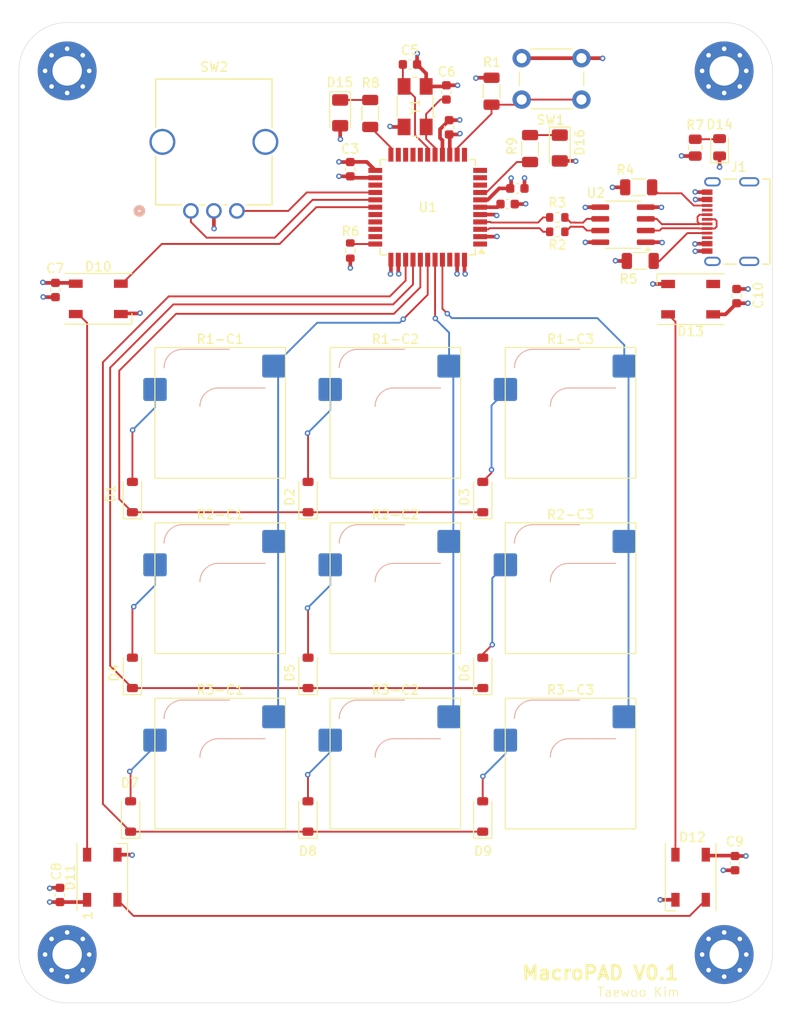
<source format=kicad_pcb>
(kicad_pcb (version 20240108) (generator "pcbnew") (generator_version "8.0")
  (layers (0 "F.Cu" signal) (1 "In1.Cu" signal) (2 "In2.Cu" signal) (31 "B.Cu" signal) (34 "B.Paste" user) (35 "F.Paste" user) (36 "B.SilkS" user "B.Silkscreen") (37 "F.SilkS" user "F.Silkscreen") (38 "B.Mask" user) (39 "F.Mask" user) (44 "Edge.Cuts" user))
  (net 0 "")
  (net 1 "AVCC")
  (net 2 "GND")
  (net 3 "Net-(U1-UCAP)")
  (net 4 "Net-(U1-XTAL1)")
  (net 5 "Net-(U1-XTAL2)")
  (net 6 "Net-(D1-A)")
  (net 7 "R1")
  (net 8 "Net-(D2-A)")
  (net 9 "Net-(D3-A)")
  (net 10 "Net-(D4-A)")
  (net 11 "R2")
  (net 12 "Net-(D5-A)")
  (net 13 "Net-(D6-A)")
  (net 14 "R3")
  (net 15 "Net-(D7-A)")
  (net 16 "Net-(D8-A)")
  (net 17 "Net-(D9-A)")
  (net 18 "LED_Strip")
  (net 19 "Net-(D10-DOUT)")
  (net 20 "Net-(D11-DOUT)")
  (net 21 "Net-(D12-DOUT)")
  (net 23 "/D+")
  (net 24 "/D-")
  (net 25 "Net-(J1-CC1)")
  (net 26 "Net-(J1-CC2)")
  (net 28 "SDA")
  (net 29 "SCL")
  (net 30 "Net-(U1-~{RESET})")
  (net 31 "C1")
  (net 32 "C2")
  (net 33 "C3")
  (net 34 "/D_N")
  (net 35 "/D_P")
  (net 36 "ChA")
  (net 37 "ChB")
  (net 43 "Net-(D14-A)")
  (net 47 "Net-(D15-K)")
  (net 51 "Net-(D16-K)")
  (net 52 "Net-(U1-~{HWB}{slash}PE2)")
  (net 54 "Net-(U1-PD5)")
  (net 55 "Net-(U1-PB0)")
  (net 58 "/D_OUT-")
  (net 59 "/D_OUT+")
  (footprint "Switch_Keyboard_Hotswap_Kailh:SW_Hotswap_Kailh_MX_1.00u" (layer "F.Cu") (at 111.1925 90.35)
    (property "Reference" "R1-C1")
    (property "Value" "SW_Push")
  )
  (footprint "LED_SMD:LED_1206_3216Metric" (layer "F.Cu") (at 148.12 61.58 -90)
    (property "Reference" "D16")
    (property "Value" "RX_LED")
  )
  (footprint "MountingHole:MountingHole_3.2mm_M3_Pad_Via" (layer "F.Cu") (at 165.999999 53.2)
    (property "Reference" "H2" (hide yes))
    (property "Value" "M2")
  )
  (footprint "Diode_SMD:D_SOD-123" (layer "F.Cu") (at 101.45 134.2 90)
    (property "Reference" "D7")
    (property "Value" "D")
  )
  (footprint "Resistor_SMD:R_0603_1608Metric" (layer "F.Cu") (at 125.34 72.72 -90)
    (property "Reference" "R6")
    (property "Value" "10k")
  )
  (footprint "LED_SMD:LED_1206_3216Metric" (layer "F.Cu") (at 124.24 57.76 -90)
    (property "Reference" "D15")
    (property "Value" "TX_LED")
  )
  (footprint "Resistor_SMD:R_1206_3216Metric" (layer "F.Cu") (at 127.51 57.8275 90)
    (property "Reference" "R8")
    (property "Value" "1k")
  )
  (footprint "Diode_SMD:D_SOD-123" (layer "F.Cu") (at 101.65 99.5 90)
    (property "Reference" "D1")
    (property "Value" "D")
  )
  (footprint "Capacitor_SMD:C_0603_1608Metric" (layer "F.Cu") (at 167.35 77.67 90)
    (property "Reference" "C10")
    (property "Value" "10u")
  )
  (footprint "MountingHole:MountingHole_3.2mm_M3_Pad_Via" (layer "F.Cu") (at 94.552944 53.2)
    (property "Reference" "H1" (hide yes))
    (property "Value" "M1")
  )
  (footprint "Resistor_SMD:R_1206_3216Metric" (layer "F.Cu") (at 156.7 65.85 180)
    (property "Reference" "R4")
    (property "Value" "5k1")
  )
  (footprint "Switch_Keyboard_Hotswap_Kailh:SW_Hotswap_Kailh_MX_1.00u" (layer "F.Cu") (at 130.2425 109.4)
    (property "Reference" "R2-C2")
    (property "Value" "SW_Push")
  )
  (footprint "LED_SMD:LED_WS2812B_PLCC4_5.0x5.0mm_P3.2mm" (layer "F.Cu") (at 162.35 140.8 -90)
    (property "Reference" "D12")
    (property "Value" "WS2812B")
  )
  (footprint "Package_SO:SOIC-8_3.9x4.9mm_P1.27mm" (layer "F.Cu") (at 155 69.91 180)
    (property "Reference" "U2")
    (property "Value" "USB6B1")
  )
  (footprint "Resistor_SMD:R_0603_1608Metric" (layer "F.Cu") (at 147.85 69.12 180)
    (property "Reference" "R3")
    (property "Value" "22")
  )
  (footprint "Capacitor_SMD:C_0603_1608Metric" (layer "F.Cu") (at 125.34 63.88 90)
    (property "Reference" "C3")
    (property "Value" "100n")
  )
  (footprint "Switch_Keyboard_Hotswap_Kailh:SW_Hotswap_Kailh_MX_1.00u" (layer "F.Cu") (at 149.2925 90.35)
    (property "Reference" "R1-C3")
    (property "Value" "SW_Push")
  )
  (footprint "Diode_SMD:D_SOD-123" (layer "F.Cu") (at 101.65 118.6 90)
    (property "Reference" "D4")
    (property "Value" "D")
  )
  (footprint "Capacitor_SMD:C_0603_1608Metric" (layer "F.Cu") (at 93.77 142.725 90)
    (property "Reference" "C8")
    (property "Value" "10u")
  )
  (footprint "Capacitor_SMD:C_0603_1608Metric" (layer "F.Cu") (at 131.83 52.5)
    (property "Reference" "C5")
    (property "Value" "12p")
  )
  (footprint "EX_Rotary_Encoder:PEC12R-4XXXF-NXXXX_BRN" (layer "F.Cu") (at 108.008851 68.41385)
    (property "Reference" "SW2")
    (property "Value" "RotaryEncoder")
  )
  (footprint "Diode_SMD:D_SOD-123" (layer "F.Cu") (at 120.74 134.2 90)
    (property "Reference" "D8")
    (property "Value" "D")
  )
  (footprint "Capacitor_SMD:C_0603_1608Metric" (layer "F.Cu") (at 142.45 67.67)
    (property "Reference" "C4" (hide yes))
    (property "Value" "1u")
  )
  (footprint "MountingHole:MountingHole_3.2mm_M3_Pad_Via" (layer "F.Cu") (at 94.552944 149.197056)
    (property "Reference" "H4" (hide yes))
    (property "Value" "M4")
  )
  (footprint "Resistor_SMD:R_1206_3216Metric" (layer "F.Cu") (at 144.89 61.64 90)
    (property "Reference" "R9")
    (property "Value" "1k")
  )
  (footprint "Resistor_SMD:R_1206_3216Metric" (layer "F.Cu") (at 140.7 55.41 -90)
    (property "Reference" "R1")
    (property "Value" "10k")
  )
  (footprint "Resistor_SMD:R_0805_2012Metric" (layer "F.Cu") (at 162.85 61.54 90)
    (property "Reference" "R7")
    (property "Value" "1k")
  )
  (footprint "LED_SMD:LED_0805_2012Metric" (layer "F.Cu") (at 165.5 61.5 90)
    (property "Reference" "D14")
    (property "Value" "LED")
  )
  (footprint "LED_SMD:LED_WS2812B_PLCC4_5.0x5.0mm_P3.2mm" (layer "F.Cu") (at 162.35 78 180)
    (property "Reference" "D13")
    (property "Value" "WS2812B")
  )
  (footprint "Resistor_SMD:R_1206_3216Metric" (layer "F.Cu") (at 156.875 73.85)
    (property "Reference" "R5")
    (property "Value" "5k1")
  )
  (footprint "Capacitor_SMD:C_0603_1608Metric" (layer "F.Cu") (at 135.79 55.54 -90)
    (property "Reference" "C6")
    (property "Value" "12p")
  )
  (footprint "LED_SMD:LED_WS2812B_PLCC4_5.0x5.0mm_P3.2mm" (layer "F.Cu") (at 98.3725 140.8 90)
    (property "Reference" "D11")
    (property "Value" "WS2812B")
  )
  (footprint "Diode_SMD:D_SOD-123" (layer "F.Cu") (at 139.74 134.2 90)
    (property "Reference" "D9")
    (property "Value" "D")
  )
  (footprint "Diode_SMD:D_SOD-123" (layer "F.Cu") (at 139.75 99.5 90)
    (property "Reference" "D3")
    (property "Value" "D")
  )
  (footprint "Capacitor_SMD:C_0603_1608Metric" (layer "F.Cu") (at 143.51 65.97)
    (property "Reference" "C1" (hide yes))
    (property "Value" "100n")
  )
  (footprint "Diode_SMD:D_SOD-123" (layer "F.Cu") (at 120.75 118.6 90)
    (property "Reference" "D5")
    (property "Value" "D")
  )
  (footprint "Button_Switch_THT:SW_PUSH_6mm" (layer "F.Cu") (at 143.98 51.82)
    (property "Reference" "SW1")
    (property "Value" "SW_Push")
  )
  (footprint "Diode_SMD:D_SOD-123" (layer "F.Cu") (at 120.75 99.5 90)
    (property "Reference" "D2")
    (property "Value" "D")
  )
  (footprint "Capacitor_SMD:C_0603_1608Metric" (layer "F.Cu") (at 167.18 139.27 -90)
    (property "Reference" "C9")
    (property "Value" "10u")
  )
  (footprint "Switch_Keyboard_Hotswap_Kailh:SW_Hotswap_Kailh_MX_1.00u" (layer "F.Cu") (at 130.2425 90.35)
    (property "Reference" "R1-C2")
    (property "Value" "SW_Push")
  )
  (footprint "Capacitor_SMD:C_0603_1608Metric" (layer "F.Cu") (at 93.28 77.005 -90)
    (property "Reference" "C7")
    (property "Value" "10u")
  )
  (footprint "Capacitor_SMD:C_0603_1608Metric" (layer "F.Cu") (at 136.09 59.33 90)
    (property "Reference" "C2" (hide yes))
    (property "Value" "100n")
  )
  (footprint "Switch_Keyboard_Hotswap_Kailh:SW_Hotswap_Kailh_MX_1.00u" (layer "F.Cu") (at 111.1925 128.45)
    (property "Reference" "R3-C1")
    (property "Value" "SW_Push")
  )
  (footprint "usb-c-2171790001:MOLEX_2171790001" (layer "F.Cu") (at 167.575 69.575 90)
    (property "Reference" "J1")
    (property "Value" "2171790001")
  )
  (footprint "Switch_Keyboard_Hotswap_Kailh:SW_Hotswap_Kailh_MX_1.00u" (layer "F.Cu") (at 111.1925 109.4)
    (property "Reference" "R2-C1")
    (property "Value" "SW_Push")
  )
  (footprint "Crystal:Crystal_SMD_0603-4Pin_6.0x3.5mm" (layer "F.Cu") (at 132.39 57.09 90)
    (property "Reference" "Y1")
    (property "Value" "Crystal")
  )
  (footprint "Package_QFP:TQFP-44_10x10mm_P0.8mm" (layer "F.Cu") (at 133.76 68.01 180)
    (property "Reference" "U1")
    (property "Value" "ATmega32U4-A")
  )
  (footprint "Switch_Keyboard_Hotswap_Kailh:SW_Hotswap_Kailh_MX_1.00u" (layer "F.Cu") (at 149.2925 109.4)
    (property "Reference" "R2-C3")
    (property "Value" "SW_Push")
  )
  (footprint "Switch_Keyboard_Hotswap_Kailh:SW_Hotswap_Kailh_MX_1.00u" (layer "F.Cu") (at 130.2425 128.45)
    (property "Reference" "R3-C2")
    (property "Value" "SW_Push")
  )
  (footprint "Switch_Keyboard_Hotswap_Kailh:SW_Hotswap_Kailh_MX_1.00u" (layer "F.Cu") (at 149.2925 128.45)
    (property "Reference" "R3-C3")
    (property "Value" "SW_Push")
  )
  (footprint "LED_SMD:LED_WS2812B_PLCC4_5.0x5.0mm_P3.2mm" (layer "F.Cu") (at 97.94 77.97)
    (property "Reference" "D10")
    (property "Value" "WS2812B")
  )
  (footprint "Diode_SMD:D_SOD-123" (layer "F.Cu") (at 139.75 118.6 90)
    (property "Reference" "D6")
    (property "Value" "D")
  )
  (footprint "Resistor_SMD:R_0603_1608Metric" (layer "F.Cu") (at 147.85 70.68 180)
    (property "Reference" "R2")
    (property "Value" "22")
  )
  (footprint "MountingHole:MountingHole_3.2mm_M3_Pad_Via" (layer "F.Cu") (at 165.999999 149.197056)
    (property "Reference" "H3" (hide yes))
    (property "Value" "M3")
  )
  (gr_arc (start 94.552944 154.447294) (mid 90.822829 152.891815) (end 89.302944 149.147056) (stroke (width 0.05)) (layer "Edge.Cuts"))
  (gr_line (start 165.949999 154.447056) (end 94.552944 154.447294) (stroke (width 0.05)) (layer "Edge.Cuts"))
  (gr_arc (start 89.302706 53.2) (mid 90.858185 49.469885) (end 94.602944 47.95) (stroke (width 0.05)) (layer "Edge.Cuts"))
  (gr_line (start 89.302944 149.147056) (end 89.302706 53.2) (stroke (width 0.05)) (layer "Edge.Cuts"))
  (gr_arc (start 165.999999 47.949762) (mid 169.730114 49.505241) (end 171.249999 53.25) (stroke (width 0.05)) (layer "Edge.Cuts"))
  (gr_arc (start 171.250237 149.197056) (mid 169.694758 152.927171) (end 165.949999 154.447056) (stroke (width 0.05)) (layer "Edge.Cuts"))
  (gr_line (start 171.250237 149.197056) (end 171.249999 53.25) (stroke (width 0.05)) (layer "Edge.Cuts"))
  (gr_line (start 94.602944 47.95) (end 165.999999 47.949762) (stroke (width 0.05)) (layer "Edge.Cuts"))
  (gr_text "Taewoo Kim" (at 152.125 153.875 0) (layer "F.SilkS") (effects (font (size 1 1) (thickness 0.1)) (justify left bottom)))
  (gr_text "MacroPAD V0.1" (at 143.875 152.075 0) (layer "F.SilkS") (effects (font (size 1.5 1.5) (thickness 0.3) (bold yes)) (justify left bottom)))
  (segment (start 167.135 138.45) (end 164.1 138.45) (width 0.4) (layer "F.Cu") (net 1))
  (segment (start 164.15 71.975) (end 162.85 71.975) (width 0.4) (layer "F.Cu") (net 1))
  (segment (start 167.35 78.445) (end 168.575 78.445) (width 0.4) (layer "F.Cu") (net 1))
  (segment (start 137.175 60.105) (end 137.27 60.01) (width 0.4) (layer "F.Cu") (net 1))
  (segment (start 129.76 75.22) (end 129.71 75.27) (width 0.2) (layer "F.Cu") (net 1))
  (segment (start 149.82 62.98) (end 149.85 63.01) (width 0.2) (layer "F.Cu") (net 1))
  (segment (start 93.28 76.23) (end 91.96 76.23) (width 0.4) (layer "F.Cu") (net 1))
  (segment (start 124.24 59.16) (end 124.24 60.6) (width 0.4) (layer "F.Cu") (net 1))
  (segment (start 125.34 64.655) (end 125.495 64.81) (width 0.4) (layer "F.Cu") (net 1))
  (segment (start 96.4725 143.5) (end 96.7225 143.25) (width 0.4) (layer "F.Cu") (net 1))
  (segment (start 129.76 73.71) (end 129.76 75.22) (width 0.4) (layer "F.Cu") (net 1))
  (segment (start 141.525 65.97) (end 140.285 67.21) (width 0.4) (layer "F.Cu") (net 1))
  (segment (start 95.6725 76.23) (end 95.6925 76.25) (width 0.2) (layer "F.Cu") (net 1))
  (segment (start 162.85 62.4525) (end 161.3825 62.4525) (width 0.4) (layer "F.Cu") (net 1))
  (segment (start 157.475 71.815) (end 159.215 71.815) (width 0.4) (layer "F.Cu") (net 1))
  (segment (start 140.285 67.21) (end 139.46 67.21) (width 0.4) (layer "F.Cu") (net 1))
  (segment (start 167.18 138.495) (end 168.355 138.495) (width 0.4) (layer "F.Cu") (net 1))
  (segment (start 159.215 71.815) (end 159.25 71.85) (width 0.4) (layer "F.Cu") (net 1))
  (segment (start 136.16 60.175) (end 136.09 60.105) (width 0.4) (layer "F.Cu") (net 1))
  (segment (start 91.96 76.23) (end 91.91 76.18) (width 0.4) (layer "F.Cu") (net 1))
  (segment (start 125.495 64.81) (end 128.06 64.81) (width 0.4) (layer "F.Cu") (net 1))
  (segment (start 142.83 65.875) (end 142.735 65.97) (width 0.4) (layer "F.Cu") (net 1))
  (segment (start 136.16 62.31) (end 136.16 60.175) (width 0.4) (layer "F.Cu") (net 1))
  (segment (start 136.23 62.24) (end 136.16 62.31) (width 0.4) (layer "F.Cu") (net 1))
  (segment (start 164.8 79.65) (end 166.145 79.65) (width 0.4) (layer "F.Cu") (net 1))
  (segment (start 162.85 71.975) (end 162.825 72) (width 0.4) (layer "F.Cu") (net 1))
  (segment (start 137.76 75.19) (end 137.83 75.26) (width 0.2) (layer "F.Cu") (net 1))
  (segment (start 140.7 53.9475) (end 139.0425 53.9475) (width 0.4) (layer "F.Cu") (net 1))
  (segment (start 93.77 143.5) (end 96.4725 143.5) (width 0.4) (layer "F.Cu") (net 1))
  (segment (start 148.12 62.98) (end 149.82 62.98) (width 0.4) (layer "F.Cu") (net 1))
  (segment (start 141.27 71.21) (end 141.29 71.19) (width 0.2) (layer "F.Cu") (net 1))
  (segment (start 93.77 143.5) (end 94.145 143.5) (width 0.4) (layer "F.Cu") (net 1))
  (segment (start 142.735 65.97) (end 141.525 65.97) (width 0.4) (layer "F.Cu") (net 1))
  (segment (start 124.24 60.6) (end 124.27 60.63) (width 0.2) (layer "F.Cu") (net 1))
  (segment (start 142.83 64.85) (end 142.83 65.875) (width 0.4) (layer "F.Cu") (net 1))
  (segment (start 168.575 78.445) (end 168.58 78.44) (width 0.4) (layer "F.Cu") (net 1))
  (segment (start 136.09 60.105) (end 137.175 60.105) (width 0.4) (layer "F.Cu") (net 1))
  (segment (start 150.915 71.815) (end 150.9 71.83) (width 0.4) (layer "F.Cu") (net 1))
  (segment (start 127.905 64.655) (end 128.06 64.81) (width 0.2) (layer "F.Cu") (net 1))
  (segment (start 164.15 67.175) (end 162.875 67.175) (width 0.4) (layer "F.Cu") (net 1))
  (segment (start 93.28 76.23) (end 95.6725 76.23) (width 0.4) (layer "F.Cu") (net 1))
  (segment (start 164.1 138.45) (end 164 138.35) (width 0.4) (layer "F.Cu") (net 1))
  (segment (start 152.525 71.815) (end 150.915 71.815) (width 0.4) (layer "F.Cu") (net 1))
  (segment (start 139.0425 53.9475) (end 139 53.99) (width 0.2) (layer "F.Cu") (net 1))
  (segment (start 92.6625 143.5) (end 92.6575 143.495) (width 0.2) (layer "F.Cu") (net 1))
  (segment (start 93.77 143.5) (end 92.6625 143.5) (width 0.4) (layer "F.Cu") (net 1))
  (segment (start 167.18 138.495) (end 167.135 138.45) (width 0.4) (layer "F.Cu") (net 1))
  (segment (start 161.3825 62.4525) (end 161.36 62.43) (width 0.4) (layer "F.Cu") (net 1))
  (segment (start 137.76 73.71) (end 137.76 75.19) (width 0.4) (layer "F.Cu") (net 1))
  (segment (start 125.34 64.655) (end 124.115 64.655) (width 0.4) (layer "F.Cu") (net 1))
  (segment (start 168.355 138.495) (end 168.36 138.49) (width 0.4) (layer "F.Cu") (net 1))
  (segment (start 124.115 64.655) (end 124.11 64.65) (width 0.4) (layer "F.Cu") (net 1))
  (segment (start 139.46 71.21) (end 141.27 71.21) (width 0.4) (layer "F.Cu") (net 1))
  (segment (start 166.145 79.65) (end 167.35 78.445) (width 0.4) (layer "F.Cu") (net 1))
  (via (at 159.25 71.85) (size 0.6) (drill 0.3) (layers "F.Cu" "B.Cu") (net 1))
  (via (at 150.9 71.83) (size 0.6) (drill 0.3) (layers "F.Cu" "B.Cu") (net 1))
  (via (at 162.825 72) (size 0.6) (drill 0.3) (layers "F.Cu" "B.Cu") (net 1))
  (via (at 149.85 63.01) (size 0.6) (drill 0.3) (layers "F.Cu" "B.Cu") (net 1))
  (via (at 91.91 76.18) (size 0.6) (drill 0.3) (layers "F.Cu" "B.Cu") (net 1))
  (via (at 141.29 71.19) (size 0.6) (drill 0.3) (layers "F.Cu" "B.Cu") (net 1))
  (via (at 129.71 75.27) (size 0.6) (drill 0.3) (layers "F.Cu" "B.Cu") (net 1))
  (via (at 124.11 64.65) (size 0.6) (drill 0.3) (layers "F.Cu" "B.Cu") (net 1))
  (via (at 162.875 67.175) (size 0.6) (drill 0.3) (layers "F.Cu" "B.Cu") (net 1))
  (via (at 92.6575 143.495) (size 0.6) (drill 0.3) (layers "F.Cu" "B.Cu") (net 1))
  (via (at 137.83 75.26) (size 0.6) (drill 0.3) (layers "F.Cu" "B.Cu") (net 1))
  (via (at 139 53.99) (size 0.6) (drill 0.3) (layers "F.Cu" "B.Cu") (net 1))
  (via (at 168.36 138.49) (size 0.6) (drill 0.3) (layers "F.Cu" "B.Cu") (net 1))
  (via (at 124.27 60.63) (size 0.6) (drill 0.3) (layers "F.Cu" "B.Cu") (net 1))
  (via (at 161.36 62.43) (size 0.6) (drill 0.3) (layers "F.Cu" "B.Cu") (net 1))
  (via (at 168.58 78.44) (size 0.6) (drill 0.3) (layers "F.Cu" "B.Cu") (net 1))
  (via (at 137.27 60.01) (size 0.6) (drill 0.3) (layers "F.Cu" "B.Cu") (net 1))
  (via (at 142.83 64.85) (size 0.6) (drill 0.3) (layers "F.Cu" "B.Cu") (net 1))
  (segment (start 159.9 76.35) (end 158.24 76.35) (width 0.4) (layer "F.Cu") (net 2))
  (segment (start 135.36 60.740118) (end 135.1 60.480118) (width 0.4) (layer "F.Cu") (net 2))
  (segment (start 133.59 54.89) (end 133.59 53.485) (width 0.4) (layer "F.Cu") (net 2))
  (segment (start 150.925 68.005) (end 150.9 68.03) (width 0.2) (layer "F.Cu") (net 2))
  (segment (start 159.155 68.005) (end 159.175 68.025) (width 0.4) (layer "F.Cu") (net 2))
  (segment (start 132.605 51.345) (end 132.64 51.31) (width 0.4) (layer "F.Cu") (net 2))
  (segment (start 152.525 68.005) (end 150.925 68.005) (width 0.4) (layer "F.Cu") (net 2))
  (segment (start 136.96 73.71) (end 136.96 75.24) (width 0.4) (layer "F.Cu") (net 2))
  (segment (start 143.225 67.67) (end 144.38 67.67) (width 0.4) (layer "F.Cu") (net 2))
  (segment (start 125.34 74.6) (end 125.35 74.61) (width 0.2) (layer "F.Cu") (net 2))
  (segment (start 164.15 72.775) (end 162.878046 72.775) (width 0.4) (layer "F.Cu") (net 2))
  (segment (start 93.77 141.95) (end 92.7025 141.95) (width 0.4) (layer "F.Cu") (net 2))
  (segment (start 144.285 64.845) (end 144.285 65.97) (width 0.4) (layer "F.Cu") (net 2))
  (segment (start 135.36 62.31) (end 135.36 60.740118) (width 0.4) (layer "F.Cu") (net 2))
  (segment (start 144.38 67.67) (end 144.41 67.64) (width 0.2) (layer "F.Cu") (net 2))
  (segment (start 135.79 54.765) (end 137.005 54.765) (width 0.4) (layer "F.Cu") (net 2))
  (segment (start 124.135 63.105) (end 124.11 63.08) (width 0.4) (layer "F.Cu") (net 2))
  (segment (start 129.73 59.29) (end 129.67 59.23) (width 0.2) (layer "F.Cu") (net 2))
  (segment (start 135.665 54.89) (end 135.79 54.765) (width 0.4) (layer "F.Cu") (net 2))
  (segment (start 155.2375 65.85) (end 153.85 65.85) (width 0.4) (layer "F.Cu") (net 2))
  (segment (start 154.2 73.85) (end 154.175 73.825) (width 0.4) (layer "F.Cu") (net 2))
  (segment (start 100.5925 79.55) (end 102.45 79.55) (width 0.4) (layer "F.Cu") (net 2))
  (segment (start 152.76 51.82) (end 152.78 51.84) (width 0.4) (layer "F.Cu") (net 2))
  (segment (start 101.57 138.35) (end 100.0225 138.35) (width 0.4) (layer "F.Cu") (net 2))
  (segment (start 165.5 63.66) (end 165.5 62.4375) (width 0.4) (layer "F.Cu") (net 2))
  (segment (start 141.16 68.81) (end 141.26 68.91) (width 0.2) (layer "F.Cu") (net 2))
  (segment (start 165.9 140.045) (end 167.18 140.045) (width 0.4) (layer "F.Cu") (net 2))
  (segment (start 125.355 63.09) (end 125.34 63.105) (width 0.4) (layer "F.Cu") (net 2))
  (segment (start 131.19 59.29) (end 129.73 59.29) (width 0.4) (layer "F.Cu") (net 2))
  (segment (start 125.34 63.105) (end 124.135 63.105) (width 0.4) (layer "F.Cu") (net 2))
  (segment (start 128.06 64.01) (end 127.14 63.09) (width 0.4) (layer "F.Cu") (net 2))
  (segment (start 144.29 64.84) (end 144.285 64.845) (width 0.4) (layer "F.Cu") (net 2))
  (segment (start 110.508851 70.318851) (end 110.53 70.34) (width 0.2) (layer "F.Cu") (net 2))
  (segment (start 157.475 68.005) (end 159.155 68.005) (width 0.4) (layer "F.Cu") (net 2))
  (segment (start 132.605 52.5) (end 132.605 51.345) (width 0.4) (layer "F.Cu") (net 2))
  (segment (start 110.508851 68.41385) (end 110.508851 70.318851) (width 0.4) (layer "F.Cu") (net 2))
  (segment (start 102.45 79.55) (end 102.48 79.52) (width 0.2) (layer "F.Cu") (net 2))
  (segment (start 164.15 66.375) (end 162.875 66.375) (width 0.4) (layer "F.Cu") (net 2))
  (segment (start 133.59 53.485) (end 132.605 52.5) (width 0.4) (layer "F.Cu") (net 2))
  (segment (start 137.005 54.765) (end 137.01 54.77) (width 0.2) (layer "F.Cu") (net 2))
  (segment (start 130.56 73.71) (end 130.56 75.21) (width 0.4) (layer "F.Cu") (net 2))
  (segment (start 137.215 58.555) (end 137.24 58.53) (width 0.2) (layer "F.Cu") (net 2))
  (segment (start 135.1 60.480118) (end 135.1 59.545) (width 0.4) (layer "F.Cu") (net 2))
  (segment (start 139.46 68.81) (end 141.16 68.81) (width 0.4) (layer "F.Cu") (net 2))
  (segment (start 136.09 58.555) (end 137.215 58.555) (width 0.4) (layer "F.Cu") (net 2))
  (segment (start 162.875 66.375) (end 162.85 66.35) (width 0.4) (layer "F.Cu") (net 2))
  (segment (start 136.96 75.24) (end 136.95 75.25) (width 0.2) (layer "F.Cu") (net 2))
  (segment (start 133.59 54.89) (end 135.665 54.89) (width 0.4) (layer "F.Cu") (net 2))
  (segment (start 167.35 76.895) (end 168.59 76.895) (width 0.4) (layer "F.Cu") (net 2))
  (segment (start 91.97 77.78) (end 91.95 77.76) (width 0.2) (layer "F.Cu") (net 2))
  (segment (start 127.14 63.09) (end 125.355 63.09) (width 0.4) (layer "F.Cu") (net 2))
  (segment (start 162.878046 72.775) (end 162.853553 72.799493) (width 0.4) (layer "F.Cu") (net 2))
  (segment (start 125.34 73.545) (end 125.34 74.6) (width 0.4) (layer "F.Cu") (net 2))
  (segment (start 143.98 51.82) (end 150.48 51.82) (width 0.4) (layer "F.Cu") (net 2))
  (segment (start 150.48 51.82) (end 152.76 51.82) (width 0.4) (layer "F.Cu") (net 2))
  (segment (start 101.62 138.4) (end 101.57 138.35) (width 0.4) (layer "F.Cu") (net 2))
  (segment (start 92.7025 141.95) (end 92.6575 141.995) (width 0.2) (layer "F.Cu") (net 2))
  (segment (start 155.4125 73.85) (end 154.2 73.85) (width 0.4) (layer "F.Cu") (net 2))
  (segment (start 93.28 77.78) (end 91.97 77.78) (width 0.4) (layer "F.Cu") (net 2))
  (segment (start 159.05 143.25) (end 160.7 143.25) (width 0.4) (layer "F.Cu") (net 2))
  (segment (start 135.1 59.545) (end 136.09 58.555) (width 0.4) (layer "F.Cu") (net 2))
  (segment (start 130.56 75.21) (end 130.61 75.26) (width 0.2) (layer "F.Cu") (net 2))
  (via (at 150.9 68.03) (size 0.6) (drill 0.3) (layers "F.Cu" "B.Cu") (net 2))
  (via (at 124.11 63.08) (size 0.6) (drill 0.3) (layers "F.Cu" "B.Cu") (net 2))
  (via (at 125.35 74.61) (size 0.6) (drill 0.3) (layers "F.Cu" "B.Cu") (net 2))
  (via (at 141.26 68.91) (size 0.6) (drill 0.3) (layers "F.Cu" "B.Cu") (net 2))
  (via (at 91.95 77.76) (size 0.6) (drill 0.3) (layers "F.Cu" "B.Cu") (net 2))
  (via (at 102.48 79.52) (size 0.6) (drill 0.3) (layers "F.Cu" "B.Cu") (net 2))
  (via (at 144.41 67.64) (size 0.6) (drill 0.3) (layers "F.Cu" "B.Cu") (net 2))
  (via (at 154.175 73.825) (size 0.6) (drill 0.3) (layers "F.Cu" "B.Cu") (net 2))
  (via (at 137.24 58.53) (size 0.6) (drill 0.3) (layers "F.Cu" "B.Cu") (net 2))
  (via (at 153.85 65.85) (size 0.6) (drill 0.3) (layers "F.Cu" "B.Cu") (net 2))
  (via (at 165.5 63.66) (size 0.6) (drill 0.3) (layers "F.Cu" "B.Cu") (net 2))
  (via (at 137.01 54.77) (size 0.6) (drill 0.3) (layers "F.Cu" "B.Cu") (net 2))
  (via (at 162.85 66.35) (size 0.6) (drill 0.3) (layers "F.Cu" "B.Cu") (net 2))
  (via (at 159.175 68.025) (size 0.6) (drill 0.3) (layers "F.Cu" "B.Cu") (net 2))
  (via (at 144.29 64.84) (size 0.6) (drill 0.3) (layers "F.Cu" "B.Cu") (net 2))
  (via (at 101.62 138.4) (size 0.6) (drill 0.3) (layers "F.Cu" "B.Cu") (net 2))
  (via (at 162.853553 72.799493) (size 0.6) (drill 0.3) (layers "F.Cu" "B.Cu") (net 2))
  (via (at 165.9 140.045) (size 0.6) (drill 0.3) (layers "F.Cu" "B.Cu") (net 2))
  (via (at 136.95 75.25) (size 0.6) (drill 0.3) (layers "F.Cu" "B.Cu") (net 2))
  (via (at 130.61 75.26) (size 0.6) (drill 0.3) (layers "F.Cu" "B.Cu") (net 2))
  (via (at 159.05 143.25) (size 0.6) (drill 0.3) (layers "F.Cu" "B.Cu") (net 2))
  (via (at 132.64 51.31) (size 0.6) (drill 0.3) (layers "F.Cu" "B.Cu") (net 2))
  (via (at 92.6575 141.995) (size 0.6) (drill 0.3) (layers "F.Cu" "B.Cu") (net 2))
  (via (at 158.24 76.35) (size 0.6) (drill 0.3) (layers "F.Cu" "B.Cu") (net 2))
  (via (at 129.67 59.23) (size 0.6) (drill 0.3) (layers "F.Cu" "B.Cu") (net 2))
  (via (at 152.78 51.84) (size 0.6) (drill 0.3) (layers "F.Cu" "B.Cu") (net 2))
  (via (at 168.59 76.895) (size 0.6) (drill 0.3) (layers "F.Cu" "B.Cu") (net 2))
  (via (at 110.53 70.34) (size 0.6) (drill 0.3) (layers "F.Cu" "B.Cu") (net 2))
  (segment (start 139.46 68.01) (end 141.335 68.01) (width 0.4) (layer "F.Cu") (net 3))
  (segment (start 141.335 68.01) (end 141.675 67.67) (width 0.4) (layer "F.Cu") (net 3))
  (segment (start 133.76 61.54) (end 133.76 62.31) (width 0.2) (layer "F.Cu") (net 4))
  (segment (start 131.055 52.5) (end 131.055 54.755) (width 0.2) (layer "F.Cu") (net 4))
  (segment (start 132.38 56.08) (end 132.38 60.16) (width 0.2) (layer "F.Cu") (net 4))
  (segment (start 132.38 60.16) (end 133.76 61.54) (width 0.2) (layer "F.Cu") (net 4))
  (segment (start 131.055 54.755) (end 131.19 54.89) (width 0.2) (layer "F.Cu") (net 4))
  (segment (start 131.19 54.89) (end 132.38 56.08) (width 0.2) (layer "F.Cu") (net 4))
  (segment (start 134.56 61.57) (end 134.56 62.31) (width 0.2) (layer "F.Cu") (net 5))
  (segment (start 135.155 56.315) (end 135.79 56.315) (width 0.2) (layer "F.Cu") (net 5))
  (segment (start 133.59 57.88) (end 135.155 56.315) (width 0.2) (layer "F.Cu") (net 5))
  (segment (start 133.59 59.29) (end 133.59 57.88) (width 0.2) (layer "F.Cu") (net 5))
  (segment (start 133.59 60.6) (end 134.56 61.57) (width 0.2) (layer "F.Cu") (net 5))
  (segment (start 133.59 59.29) (end 133.59 60.6) (width 0.2) (layer "F.Cu") (net 5))
  (segment (start 101.65 97.85) (end 101.65 92.24) (width 0.2) (layer "F.Cu") (net 6))
  (segment (start 101.65 92.24) (end 101.67 92.22) (width 0.2) (layer "F.Cu") (net 6))
  (via (at 101.67 92.22) (size 0.6) (drill 0.3) (layers "F.Cu" "B.Cu") (net 6))
  (segment (start 104.1075 89.7825) (end 104.1075 87.81) (width 0.2) (layer "B.Cu") (net 6))
  (segment (start 101.67 92.22) (end 104.1075 89.7825) (width 0.2) (layer "B.Cu") (net 6))
  (segment (start 132.96 73.71) (end 132.96 76.71) (width 0.2) (layer "F.Cu") (net 7))
  (segment (start 130.08 79.59) (end 106.4 79.59) (width 0.2) (layer "F.Cu") (net 7))
  (segment (start 132.96 76.71) (end 130.08 79.59) (width 0.2) (layer "F.Cu") (net 7))
  (segment (start 106.4 79.59) (end 100.22 85.77) (width 0.2) (layer "F.Cu") (net 7))
  (segment (start 100.22 85.77) (end 100.22 99.72) (width 0.2) (layer "F.Cu") (net 7))
  (segment (start 100.22 99.72) (end 101.65 101.15) (width 0.2) (layer "F.Cu") (net 7))
  (segment (start 120.75 101.15) (end 139.75 101.15) (width 0.2) (layer "F.Cu") (net 7))
  (segment (start 101.65 101.15) (end 120.75 101.15) (width 0.2) (layer "F.Cu") (net 7))
  (segment (start 120.75 92.62) (end 120.69 92.56) (width 0.2) (layer "F.Cu") (net 8))
  (segment (start 120.75 97.85) (end 120.75 92.62) (width 0.2) (layer "F.Cu") (net 8))
  (via (at 120.69 92.56) (size 0.6) (drill 0.3) (layers "F.Cu" "B.Cu") (net 8))
  (segment (start 120.69 92.56) (end 123.1575 90.0925) (width 0.2) (layer "B.Cu") (net 8))
  (segment (start 123.1575 90.0925) (end 123.1575 87.81) (width 0.2) (layer "B.Cu") (net 8))
  (segment (start 140.7 96.86) (end 139.75 97.81) (width 0.2) (layer "F.Cu") (net 9))
  (segment (start 139.75 97.81) (end 139.75 97.85) (width 0.2) (layer "F.Cu") (net 9))
  (segment (start 140.7 96.53) (end 140.7 96.86) (width 0.2) (layer "F.Cu") (net 9))
  (via (at 140.7 96.53) (size 0.6) (drill 0.3) (layers "F.Cu" "B.Cu") (net 9))
  (segment (start 142.2075 88.0425) (end 142.2075 87.81) (width 0.2) (layer "B.Cu") (net 9))
  (segment (start 140.7 89.55) (end 142.2075 88.0425) (width 0.2) (layer "B.Cu") (net 9))
  (segment (start 140.7 96.53) (end 140.7 89.55) (width 0.2) (layer "B.Cu") (net 9))
  (segment (start 101.65 116.95) (end 101.65 111.55) (width 0.2) (layer "F.Cu") (net 10))
  (segment (start 101.65 111.55) (end 101.79 111.41) (width 0.2) (layer "F.Cu") (net 10))
  (via (at 101.79 111.41) (size 0.6) (drill 0.3) (layers "F.Cu" "B.Cu") (net 10))
  (segment (start 101.79 111.41) (end 104.1075 109.0925) (width 0.2) (layer "B.Cu") (net 10))
  (segment (start 104.1075 109.0925) (end 104.1075 106.86) (width 0.2) (layer "B.Cu") (net 10))
  (segment (start 99.23 85.44) (end 99.23 117.83) (width 0.2) (layer "F.Cu") (net 11))
  (segment (start 106.1 78.57) (end 99.23 85.44) (width 0.2) (layer "F.Cu") (net 11))
  (segment (start 99.23 117.83) (end 101.65 120.25) (width 0.2) (layer "F.Cu") (net 11))
  (segment (start 101.65 120.25) (end 120.75 120.25) (width 0.2) (layer "F.Cu") (net 11))
  (segment (start 132.16 73.71) (end 132.16 76.41) (width 0.2) (layer "F.Cu") (net 11))
  (segment (start 132.16 76.41) (end 130 78.57) (width 0.2) (layer "F.Cu") (net 11))
  (segment (start 130 78.57) (end 106.1 78.57) (width 0.2) (layer "F.Cu") (net 11))
  (segment (start 120.75 120.25) (end 139.75 120.25) (width 0.2) (layer "F.Cu") (net 11))
  (segment (start 120.75 111.62) (end 120.69 111.56) (width 0.2) (layer "F.Cu") (net 12))
  (segment (start 120.75 116.95) (end 120.75 111.62) (width 0.2) (layer "F.Cu") (net 12))
  (via (at 120.69 111.56) (size 0.6) (drill 0.3) (layers "F.Cu" "B.Cu") (net 12))
  (segment (start 120.69 111.56) (end 123.1575 109.0925) (width 0.2) (layer "B.Cu") (net 12))
  (segment (start 123.1575 109.0925) (end 123.1575 106.86) (width 0.2) (layer "B.Cu") (net 12))
  (segment (start 140.78 115.54) (end 139.75 116.57) (width 0.2) (layer "F.Cu") (net 13))
  (segment (start 139.75 116.57) (end 139.75 116.95) (width 0.2) (layer "F.Cu") (net 13))
  (via (at 140.78 115.54) (size 0.6) (drill 0.3) (layers "F.Cu" "B.Cu") (net 13))
  (segment (start 140.78 108.31) (end 142.2075 106.8825) (width 0.2) (layer "B.Cu") (net 13))
  (segment (start 140.78 115.54) (end 140.78 108.31) (width 0.2) (layer "B.Cu") (net 13))
  (segment (start 142.2075 106.8825) (end 142.2075 106.86) (width 0.2) (layer "B.Cu") (net 13))
  (segment (start 129.64 77.7) (end 131.36 75.98) (width 0.2) (layer "F.Cu") (net 14))
  (segment (start 105.59 77.7) (end 129.64 77.7) (width 0.2) (layer "F.Cu") (net 14))
  (segment (start 131.36 75.98) (end 131.36 73.71) (width 0.2) (layer "F.Cu") (net 14))
  (segment (start 101.45 135.85) (end 120.74 135.85) (width 0.2) (layer "F.Cu") (net 14))
  (segment (start 98.44 84.85) (end 105.59 77.7) (width 0.2) (layer "F.Cu") (net 14))
  (segment (start 98.44 132.84) (end 98.44 84.85) (width 0.2) (layer "F.Cu") (net 14))
  (segment (start 101.45 135.85) (end 98.44 132.84) (width 0.2) (layer "F.Cu") (net 14))
  (segment (start 120.74 135.85) (end 139.74 135.85) (width 0.2) (layer "F.Cu") (net 14))
  (segment (start 101.45 129.4) (end 101.36 129.31) (width 0.2) (layer "F.Cu") (net 15))
  (segment (start 101.45 132.55) (end 101.45 129.4) (width 0.2) (layer "F.Cu") (net 15))
  (via (at 101.36 129.31) (size 0.6) (drill 0.3) (layers "F.Cu" "B.Cu") (net 15))
  (segment (start 101.36 129.31) (end 104.1075 126.5625) (width 0.2) (layer "B.Cu") (net 15))
  (segment (start 104.1075 126.5625) (end 104.1075 125.91) (width 0.2) (layer "B.Cu") (net 15))
  (segment (start 120.74 129.69) (end 120.71 129.66) (width 0.2) (layer "F.Cu") (net 16))
  (segment (start 120.74 132.55) (end 120.74 129.69) (width 0.2) (layer "F.Cu") (net 16))
  (via (at 120.71 129.66) (size 0.6) (drill 0.3) (layers "F.Cu" "B.Cu") (net 16))
  (segment (start 120.71 129.66) (end 123.1575 127.2125) (width 0.2) (layer "B.Cu") (net 16))
  (segment (start 123.1575 127.2125) (end 123.1575 125.91) (width 0.2) (layer "B.Cu") (net 16))
  (segment (start 139.74 132.55) (end 139.74 129.86) (width 0.2) (layer "F.Cu") (net 17))
  (segment (start 139.74 129.86) (end 139.76 129.84) (width 0.2) (layer "F.Cu") (net 17))
  (via (at 139.76 129.84) (size 0.6) (drill 0.3) (layers "F.Cu" "B.Cu") (net 17))
  (segment (start 142.2075 127.3925) (end 142.2075 125.91) (width 0.2) (layer "B.Cu") (net 17))
  (segment (start 139.76 129.84) (end 142.2075 127.3925) (width 0.2) (layer "B.Cu") (net 17))
  (segment (start 121.65 68.01) (end 128.06 68.01) (width 0.2) (layer "F.Cu") (net 18))
  (segment (start 104.8425 72) (end 117.66 72) (width 0.2) (layer "F.Cu") (net 18))
  (segment (start 117.66 72) (end 121.65 68.01) (width 0.2) (layer "F.Cu") (net 18))
  (segment (start 100.5925 76.25) (end 104.8425 72) (width 0.2) (layer "F.Cu") (net 18))
  (segment (start 95.6925 79.55) (end 96.7225 80.58) (width 0.2) (layer "F.Cu") (net 19))
  (segment (start 96.7225 80.58) (end 96.7225 138.35) (width 0.2) (layer "F.Cu") (net 19))
  (segment (start 101.7725 145) (end 162.25 145) (width 0.2) (layer "F.Cu") (net 20))
  (segment (start 162.25 145) (end 164 143.25) (width 0.2) (layer "F.Cu") (net 20))
  (segment (start 100.0225 143.25) (end 101.7725 145) (width 0.2) (layer "F.Cu") (net 20))
  (segment (start 160.7 138.35) (end 160.7 80.45) (width 0.2) (layer "F.Cu") (net 21))
  (segment (start 160.7 80.45) (end 159.9 79.65) (width 0.2) (layer "F.Cu") (net 21))
  (segment (start 158.65 69.275) (end 157.475 69.275) (width 0.2) (layer "F.Cu") (net 23))
  (segment (start 159.225 69.85) (end 158.65 69.275) (width 0.2) (layer "F.Cu") (net 23))
  (segment (start 163.326 68.825) (end 163.1 69.051) (width 0.2) (layer "F.Cu") (net 23))
  (segment (start 163.262499 69.85) (end 159.225 69.85) (width 0.2) (layer "F.Cu") (net 23))
  (segment (start 164.15 68.825) (end 163.326 68.825) (width 0.2) (layer "F.Cu") (net 23))
  (segment (start 164.15 69.825) (end 163.325 69.825) (width 0.2) (layer "F.Cu") (net 23))
  (segment (start 163.1 69.051) (end 163.1 69.6) (width 0.2) (layer "F.Cu") (net 23))
  (segment (start 163.325 69.825) (end 163.287499 69.825) (width 0.2) (layer "F.Cu") (net 23))
  (segment (start 163.1 69.6) (end 163.325 69.825) (width 0.2) (layer "F.Cu") (net 23))
  (segment (start 163.287499 69.825) (end 163.262499 69.85) (width 0.2) (layer "F.Cu") (net 23))
  (segment (start 158.98 70.545) (end 157.475 70.545) (width 0.2) (layer "F.Cu") (net 24))
  (segment (start 164.15 69.325) (end 165 69.325) (width 0.2) (layer "F.Cu") (net 24))
  (segment (start 163.262499 70.3) (end 159.225 70.3) (width 0.2) (layer "F.Cu") (net 24))
  (segment (start 163.287499 70.325) (end 163.262499 70.3) (width 0.2) (layer "F.Cu") (net 24))
  (segment (start 165.175 69.5) (end 165.175 70.125) (width 0.2) (layer "F.Cu") (net 24))
  (segment (start 159.225 70.3) (end 158.98 70.545) (width 0.2) (layer "F.Cu") (net 24))
  (segment (start 164.975 70.325) (end 164.15 70.325) (width 0.2) (layer "F.Cu") (net 24))
  (segment (start 165.175 70.125) (end 164.975 70.325) (width 0.2) (layer "F.Cu") (net 24))
  (segment (start 164.15 70.325) (end 163.287499 70.325) (width 0.2) (layer "F.Cu") (net 24))
  (segment (start 165 69.325) (end 165.175 69.5) (width 0.2) (layer "F.Cu") (net 24))
  (segment (start 162 70.825) (end 158.975 73.85) (width 0.2) (layer "F.Cu") (net 25))
  (segment (start 164.15 70.825) (end 162 70.825) (width 0.2) (layer "F.Cu") (net 25))
  (segment (start 158.975 73.85) (end 158.3375 73.85) (width 0.2) (layer "F.Cu") (net 25))
  (segment (start 162.676471 67.825) (end 161.351471 66.5) (width 0.2) (layer "F.Cu") (net 26))
  (segment (start 158.8125 66.5) (end 158.1625 65.85) (width 0.2) (layer "F.Cu") (net 26))
  (segment (start 164.15 67.825) (end 162.676471 67.825) (width 0.2) (layer "F.Cu") (net 26))
  (segment (start 161.351471 66.5) (end 158.8125 66.5) (width 0.2) (layer "F.Cu") (net 26))
  (segment (start 136.96 62.31) (end 136.96 61.59) (width 0.2) (layer "F.Cu") (net 30))
  (segment (start 140.7 57.85) (end 140.7 56.8725) (width 0.2) (layer "F.Cu") (net 30))
  (segment (start 143.4275 56.8725) (end 143.98 56.32) (width 0.2) (layer "F.Cu") (net 30))
  (segment (start 143.98 56.32) (end 150.48 56.32) (width 0.2) (layer "F.Cu") (net 30))
  (segment (start 140.7 56.8725) (end 143.4275 56.8725) (width 0.2) (layer "F.Cu") (net 30))
  (segment (start 136.96 61.59) (end 140.7 57.85) (width 0.2) (layer "F.Cu") (net 30))
  (segment (start 133.76 77.52) (end 133.76 73.71) (width 0.2) (layer "F.Cu") (net 31))
  (segment (start 131.1 80.18) (end 133.76 77.52) (width 0.2) (layer "F.Cu") (net 31))
  (via (at 131.1 80.18) (size 0.6) (drill 0.3) (layers "F.Cu" "B.Cu") (net 31))
  (segment (start 117.4975 103.857) (end 117.0345 104.32) (width 0.2) (layer "B.Cu") (net 31))
  (segment (start 117.0345 104.32) (end 117.4975 104.783) (width 0.2) (layer "B.Cu") (net 31))
  (segment (start 121.7445 80.56) (end 130.72 80.56) (width 0.2) (layer "B.Cu") (net 31))
  (segment (start 117.4975 104.783) (end 117.4975 122.907) (width 0.2) (layer "B.Cu") (net 31))
  (segment (start 117.0345 85.27) (end 117.4975 85.733) (width 0.2) (layer "B.Cu") (net 31))
  (segment (start 117.4975 122.907) (end 117.0345 123.37) (width 0.2) (layer "B.Cu") (net 31))
  (segment (start 117.0345 85.27) (end 121.7445 80.56) (width 0.2) (layer "B.Cu") (net 31))
  (segment (start 130.72 80.56) (end 131.1 80.18) (width 0.2) (layer "B.Cu") (net 31))
  (segment (start 117.4975 85.733) (end 117.4975 103.857) (width 0.2) (layer "B.Cu") (net 31))
  (segment (start 134.56 79.86) (end 134.56 73.71) (width 0.2) (layer "F.Cu") (net 32))
  (segment (start 134.59 80.09) (end 134.59 79.89) (width 0.2) (layer "F.Cu") (net 32))
  (segment (start 134.59 79.89) (end 134.56 79.86) (width 0.2) (layer "F.Cu") (net 32))
  (via (at 134.59 80.09) (size 0.6) (drill 0.3) (layers "F.Cu" "B.Cu") (net 32))
  (segment (start 136.0845 81.6345) (end 134.79 80.34) (width 0.2) (layer "B.Cu") (net 32))
  (segment (start 136.5475 103.857) (end 136.0845 104.32) (width 0.2) (layer "B.Cu") (net 32))
  (segment (start 136.0845 85.27) (end 136.5475 85.733) (width 0.2) (layer "B.Cu") (net 32))
  (segment (start 136.0845 85.27) (end 136.0845 81.6345) (width 0.2) (layer "B.Cu") (net 32))
  (segment (start 136.5475 85.733) (end 136.5475 103.857) (width 0.2) (layer "B.Cu") (net 32))
  (segment (start 136.5475 122.907) (end 136.0845 123.37) (width 0.2) (layer "B.Cu") (net 32))
  (segment (start 136.5475 104.783) (end 136.5475 122.907) (width 0.2) (layer "B.Cu") (net 32))
  (segment (start 134.79 80.34) (end 134.59 80.14) (width 0.2) (layer "B.Cu") (net 32))
  (segment (start 134.59 80.14) (end 134.59 80.09) (width 0.2) (layer "B.Cu") (net 32))
  (segment (start 136.0845 104.32) (end 136.5475 104.783) (width 0.2) (layer "B.Cu") (net 32))
  (segment (start 135.89 79.57) (end 135.36 79.04) (width 0.2) (layer "F.Cu") (net 33))
  (segment (start 135.36 79.04) (end 135.36 73.71) (width 0.2) (layer "F.Cu") (net 33))
  (via (at 135.89 79.57) (size 0.6) (drill 0.3) (layers "F.Cu" "B.Cu") (net 33))
  (segment (start 152.21 80.06) (end 155.1345 82.9845) (width 0.2) (layer "B.Cu") (net 33))
  (segment (start 136.38 80.06) (end 152.21 80.06) (width 0.2) (layer "B.Cu") (net 33))
  (segment (start 135.89 79.57) (end 136.38 80.06) (width 0.2) (layer "B.Cu") (net 33))
  (segment (start 155.5975 122.907) (end 155.5975 104.783) (width 0.2) (layer "B.Cu") (net 33))
  (segment (start 155.5975 104.783) (end 155.1345 104.32) (width 0.2) (layer "B.Cu") (net 33))
  (segment (start 155.5975 103.857) (end 155.1345 104.32) (width 0.2) (layer "B.Cu") (net 33))
  (segment (start 155.1345 123.37) (end 155.5975 122.907) (width 0.2) (layer "B.Cu") (net 33))
  (segment (start 155.1345 82.9845) (end 155.1345 85.27) (width 0.2) (layer "B.Cu") (net 33))
  (segment (start 155.5975 85.733) (end 155.5975 103.857) (width 0.2) (layer "B.Cu") (net 33))
  (segment (start 155.1345 85.27) (end 155.5975 85.733) (width 0.2) (layer "B.Cu") (net 33))
  (segment (start 147.025 70.68) (end 146.312499 70.68) (width 0.2) (layer "F.Cu") (net 34))
  (segment (start 145.922499 70.29) (end 140.488065 70.29) (width 0.2) (layer "F.Cu") (net 34))
  (segment (start 146.312499 70.68) (end 145.922499 70.29) (width 0.2) (layer "F.Cu") (net 34))
  (segment (start 140.368065 70.41) (end 139.46 70.41) (width 0.2) (layer "F.Cu") (net 34))
  (segment (start 140.488065 70.29) (end 140.368065 70.41) (width 0.2) (layer "F.Cu") (net 34))
  (segment (start 145.757499 69.675) (end 140.653065 69.675) (width 0.2) (layer "F.Cu") (net 35))
  (segment (start 140.653065 69.675) (end 140.588065 69.61) (width 0.2) (layer "F.Cu") (net 35))
  (segment (start 140.588065 69.61) (end 139.46 69.61) (width 0.2) (layer "F.Cu") (net 35))
  (segment (start 147.025 69.12) (end 146.312499 69.12) (width 0.2) (layer "F.Cu") (net 35))
  (segment (start 146.312499 69.12) (end 145.757499 69.675) (width 0.2) (layer "F.Cu") (net 35))
  (segment (start 121.24 67.21) (end 128.06 67.21) (width 0.2) (layer "F.Cu") (net 36))
  (segment (start 117.13 71.32) (end 121.24 67.21) (width 0.2) (layer "F.Cu") (net 36))
  (segment (start 108.008851 69.617204) (end 109.711647 71.32) (width 0.2) (layer "F.Cu") (net 36))
  (segment (start 108.008851 68.41385) (end 108.008851 69.617204) (width 0.2) (layer "F.Cu") (net 36))
  (segment (start 109.711647 71.32) (end 117.13 71.32) (width 0.2) (layer "F.Cu") (net 36))
  (segment (start 113.008851 68.41385) (end 118.59615 68.41385) (width 0.2) (layer "F.Cu") (net 37))
  (segment (start 118.59615 68.41385) (end 120.6 66.41) (width 0.2) (layer "F.Cu") (net 37))
  (segment (start 120.6 66.41) (end 128.06 66.41) (width 0.2) (layer "F.Cu") (net 37))
  (segment (start 162.85 60.6275) (end 165.435 60.6275) (width 0.2) (layer "F.Cu") (net 43))
  (segment (start 165.435 60.6275) (end 165.5 60.5625) (width 0.2) (layer "F.Cu") (net 43))
  (segment (start 127.505 56.36) (end 127.51 56.365) (width 0.2) (layer "F.Cu") (net 47))
  (segment (start 124.24 56.36) (end 127.505 56.36) (width 0.2) (layer "F.Cu") (net 47))
  (segment (start 144.89 60.1775) (end 148.1175 60.1775) (width 0.2) (layer "F.Cu") (net 51))
  (segment (start 148.1175 60.1775) (end 148.12 60.18) (width 0.2) (layer "F.Cu") (net 51))
  (segment (start 125.455 72.01) (end 125.34 71.895) (width 0.2) (layer "F.Cu") (net 52))
  (segment (start 128.06 72.01) (end 125.455 72.01) (width 0.2) (layer "F.Cu") (net 52))
  (segment (start 129.76 61.54) (end 129.76 62.31) (width 0.2) (layer "F.Cu") (net 54))
  (segment (start 127.51 59.29) (end 129.76 61.54) (width 0.2) (layer "F.Cu") (net 54))
  (segment (start 140.14 66.41) (end 143.4475 63.1025) (width 0.2) (layer "F.Cu") (net 55))
  (segment (start 139.46 66.41) (end 140.14 66.41) (width 0.2) (layer "F.Cu") (net 55))
  (segment (start 143.4475 63.1025) (end 144.89 63.1025) (width 0.2) (layer "F.Cu") (net 55))
  (segment (start 149.657794 70.135) (end 149.647794 70.125) (width 0.2) (layer "F.Cu") (net 58))
  (segment (start 148.75 70.68) (end 148.675 70.68) (width 0.2) (layer "F.Cu") (net 58))
  (segment (start 152.525 70.545) (end 151.062499 70.545) (width 0.2) (layer "F.Cu") (net 58))
  (segment (start 151.062499 70.545) (end 150.652499 70.135) (width 0.2) (layer "F.Cu") (net 58))
  (segment (start 149.647794 70.125) (end 149.305 70.125) (width 0.2) (layer "F.Cu") (net 58))
  (segment (start 149.305 70.125) (end 148.75 70.68) (width 0.2) (layer "F.Cu") (net 58))
  (segment (start 150.652499 70.135) (end 149.657794 70.135) (width 0.2) (layer "F.Cu") (net 58))
  (segment (start 149.82 69.675) (end 149.305 69.675) (width 0.2) (layer "F.Cu") (net 59))
  (segment (start 151.062499 69.275) (end 150.652499 69.685) (width 0.2) (layer "F.Cu") (net 59))
  (segment (start 148.75 69.12) (end 148.675 69.12) (width 0.2) (layer "F.Cu") (net 59))
  (segment (start 152.525 69.275) (end 151.062499 69.275) (width 0.2) (layer "F.Cu") (net 59))
  (segment (start 150.652499 69.685) (end 149.83 69.685) (width 0.2) (layer "F.Cu") (net 59))
  (segment (start 149.305 69.675) (end 148.75 69.12) (width 0.2) (layer "F.Cu") (net 59))
  (segment (start 149.83 69.685) (end 149.82 69.675) (width 0.2) (layer "F.Cu") (net 59))
)
</source>
